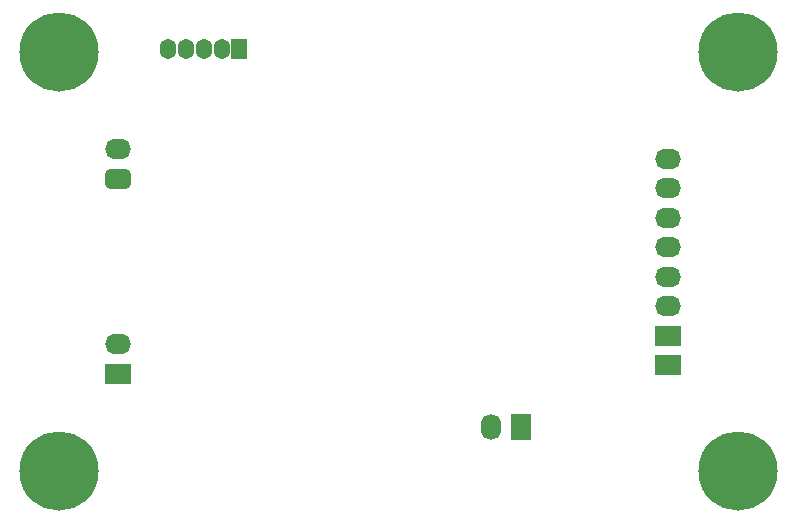
<source format=gbs>
G04*
G04 #@! TF.GenerationSoftware,Altium Limited,Altium Designer,20.0.13 (296)*
G04*
G04 Layer_Color=16711935*
%FSLAX43Y43*%
%MOMM*%
G71*
G01*
G75*
%ADD37R,1.703X2.203*%
%ADD38O,1.703X2.203*%
%ADD39R,2.203X1.703*%
%ADD40O,2.203X1.703*%
G04:AMPARAMS|DCode=41|XSize=1.703mm|YSize=2.203mm|CornerRadius=0.477mm|HoleSize=0mm|Usage=FLASHONLY|Rotation=90.000|XOffset=0mm|YOffset=0mm|HoleType=Round|Shape=RoundedRectangle|*
%AMROUNDEDRECTD41*
21,1,1.703,1.250,0,0,90.0*
21,1,0.750,2.203,0,0,90.0*
1,1,0.953,0.625,0.375*
1,1,0.953,0.625,-0.375*
1,1,0.953,-0.625,-0.375*
1,1,0.953,-0.625,0.375*
%
%ADD41ROUNDEDRECTD41*%
%ADD42O,1.353X1.703*%
%ADD43R,1.353X1.703*%
%ADD44C,6.703*%
D37*
X141150Y107200D02*
D03*
D38*
X138650D02*
D03*
D39*
X153600Y114950D02*
D03*
Y112450D02*
D03*
X107000Y111750D02*
D03*
D40*
X153600Y117450D02*
D03*
Y119950D02*
D03*
Y122450D02*
D03*
Y124950D02*
D03*
Y127450D02*
D03*
Y129950D02*
D03*
X107000Y114250D02*
D03*
Y130750D02*
D03*
D41*
Y128250D02*
D03*
D42*
X111300Y139200D02*
D03*
X112800D02*
D03*
X114300D02*
D03*
X115800D02*
D03*
D43*
X117300D02*
D03*
D44*
X102000Y103500D02*
D03*
X159500D02*
D03*
Y139000D02*
D03*
X102000D02*
D03*
M02*

</source>
